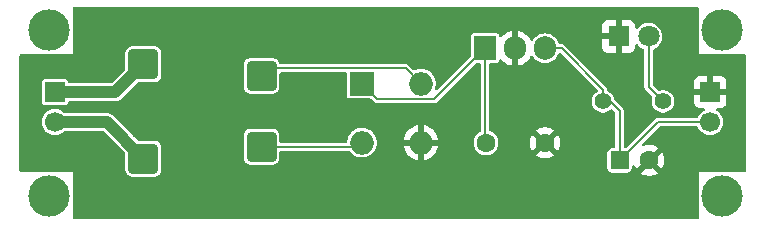
<source format=gbr>
%TF.GenerationSoftware,KiCad,Pcbnew,9.0.4*%
%TF.CreationDate,2025-10-03T00:17:37+05:30*%
%TF.ProjectId,Project 3,50726f6a-6563-4742-9033-2e6b69636164,rev?*%
%TF.SameCoordinates,Original*%
%TF.FileFunction,Copper,L1,Top*%
%TF.FilePolarity,Positive*%
%FSLAX46Y46*%
G04 Gerber Fmt 4.6, Leading zero omitted, Abs format (unit mm)*
G04 Created by KiCad (PCBNEW 9.0.4) date 2025-10-03 00:17:37*
%MOMM*%
%LPD*%
G01*
G04 APERTURE LIST*
G04 Aperture macros list*
%AMRoundRect*
0 Rectangle with rounded corners*
0 $1 Rounding radius*
0 $2 $3 $4 $5 $6 $7 $8 $9 X,Y pos of 4 corners*
0 Add a 4 corners polygon primitive as box body*
4,1,4,$2,$3,$4,$5,$6,$7,$8,$9,$2,$3,0*
0 Add four circle primitives for the rounded corners*
1,1,$1+$1,$2,$3*
1,1,$1+$1,$4,$5*
1,1,$1+$1,$6,$7*
1,1,$1+$1,$8,$9*
0 Add four rect primitives between the rounded corners*
20,1,$1+$1,$2,$3,$4,$5,0*
20,1,$1+$1,$4,$5,$6,$7,0*
20,1,$1+$1,$6,$7,$8,$9,0*
20,1,$1+$1,$8,$9,$2,$3,0*%
G04 Aperture macros list end*
%TA.AperFunction,ComponentPad*%
%ADD10C,1.800000*%
%TD*%
%TA.AperFunction,ComponentPad*%
%ADD11R,1.800000X1.800000*%
%TD*%
%TA.AperFunction,ComponentPad*%
%ADD12C,1.700000*%
%TD*%
%TA.AperFunction,ComponentPad*%
%ADD13R,1.700000X1.700000*%
%TD*%
%TA.AperFunction,ComponentPad*%
%ADD14C,1.600000*%
%TD*%
%TA.AperFunction,ComponentPad*%
%ADD15O,1.905000X2.000000*%
%TD*%
%TA.AperFunction,ComponentPad*%
%ADD16R,1.905000X2.000000*%
%TD*%
%TA.AperFunction,ComponentPad*%
%ADD17O,2.000000X2.000000*%
%TD*%
%TA.AperFunction,ComponentPad*%
%ADD18R,2.000000X2.000000*%
%TD*%
%TA.AperFunction,ComponentPad*%
%ADD19C,1.400000*%
%TD*%
%TA.AperFunction,ComponentPad*%
%ADD20RoundRect,0.381000X-0.889000X-0.889000X0.889000X-0.889000X0.889000X0.889000X-0.889000X0.889000X0*%
%TD*%
%TA.AperFunction,ComponentPad*%
%ADD21RoundRect,0.250000X-0.550000X-0.550000X0.550000X-0.550000X0.550000X0.550000X-0.550000X0.550000X0*%
%TD*%
%TA.AperFunction,ViaPad*%
%ADD22C,3.500000*%
%TD*%
%TA.AperFunction,Conductor*%
%ADD23C,0.200000*%
%TD*%
%TA.AperFunction,Conductor*%
%ADD24C,1.000000*%
%TD*%
G04 APERTURE END LIST*
D10*
%TO.P,D2,2,A*%
%TO.N,Net-(D2-A)*%
X173770000Y-94000000D03*
D11*
%TO.P,D2,1,K*%
%TO.N,GND*%
X171230000Y-94000000D03*
%TD*%
D12*
%TO.P,J2,2,Pin_2*%
%TO.N,Net-(J2-Pin_2)*%
X179000000Y-101265000D03*
D13*
%TO.P,J2,1,Pin_1*%
%TO.N,GND*%
X179000000Y-98725000D03*
%TD*%
D14*
%TO.P,C1,2*%
%TO.N,GND*%
X165000000Y-103000000D03*
%TO.P,C1,1*%
%TO.N,Net-(D1-+)*%
X160000000Y-103000000D03*
%TD*%
D15*
%TO.P,U1,3,OUT*%
%TO.N,Net-(J2-Pin_2)*%
X165000000Y-95000000D03*
%TO.P,U1,2,GND*%
%TO.N,GND*%
X162460000Y-95000000D03*
D16*
%TO.P,U1,1,IN*%
%TO.N,Net-(D1-+)*%
X159920000Y-95000000D03*
%TD*%
D12*
%TO.P,J1,2,Pin_2*%
%TO.N,Net-(J1-Pin_2)*%
X123500000Y-101265000D03*
D13*
%TO.P,J1,1,Pin_1*%
%TO.N,Net-(J1-Pin_1)*%
X123500000Y-98725000D03*
%TD*%
D17*
%TO.P,D1,4*%
%TO.N,Net-(T1-SB)*%
X154500000Y-98000000D03*
%TO.P,D1,3,-*%
%TO.N,GND*%
X154500000Y-103000000D03*
%TO.P,D1,2*%
%TO.N,Net-(T1-SA)*%
X149500000Y-103000000D03*
D18*
%TO.P,D1,1,+*%
%TO.N,Net-(D1-+)*%
X149500000Y-98000000D03*
%TD*%
D19*
%TO.P,R1,2*%
%TO.N,Net-(D2-A)*%
X175000000Y-99500000D03*
%TO.P,R1,1*%
%TO.N,Net-(J2-Pin_2)*%
X169920000Y-99500000D03*
%TD*%
D20*
%TO.P,T1,4,SB*%
%TO.N,Net-(T1-SB)*%
X141000000Y-97350000D03*
%TO.P,T1,3,SA*%
%TO.N,Net-(T1-SA)*%
X141000000Y-103350000D03*
%TO.P,T1,2,AB*%
%TO.N,Net-(J1-Pin_2)*%
X131000000Y-104350000D03*
%TO.P,T1,1,AA*%
%TO.N,Net-(J1-Pin_1)*%
X131000000Y-96350000D03*
%TD*%
D14*
%TO.P,C2,2*%
%TO.N,GND*%
X173817621Y-104500000D03*
D21*
%TO.P,C2,1*%
%TO.N,Net-(J2-Pin_2)*%
X171317621Y-104500000D03*
%TD*%
D22*
%TO.N,*%
X180000000Y-107500000D03*
X123000000Y-107500000D03*
X123000000Y-93500000D03*
X180000000Y-93500000D03*
%TD*%
D23*
%TO.N,Net-(D2-A)*%
X173770000Y-94000000D02*
X173770000Y-98270000D01*
X173770000Y-98270000D02*
X175000000Y-99500000D01*
D24*
%TO.N,Net-(J1-Pin_2)*%
X127915000Y-101265000D02*
X131000000Y-104350000D01*
D23*
%TO.N,Net-(J2-Pin_2)*%
X171317621Y-100317621D02*
X171317621Y-104500000D01*
%TO.N,Net-(D1-+)*%
X159920000Y-95000000D02*
X155619000Y-99301000D01*
%TO.N,Net-(T1-SB)*%
X141651000Y-96699000D02*
X153199000Y-96699000D01*
X153199000Y-96699000D02*
X154500000Y-98000000D01*
%TO.N,Net-(T1-SA)*%
X149150000Y-103350000D02*
X149500000Y-103000000D01*
%TO.N,Net-(J2-Pin_2)*%
X169920000Y-98920000D02*
X171317621Y-100317621D01*
%TO.N,Net-(T1-SB)*%
X141000000Y-97350000D02*
X141651000Y-96699000D01*
D24*
%TO.N,Net-(J1-Pin_2)*%
X123500000Y-101265000D02*
X127915000Y-101265000D01*
D23*
%TO.N,Net-(D1-+)*%
X150801000Y-99301000D02*
X149500000Y-98000000D01*
X155619000Y-99301000D02*
X150801000Y-99301000D01*
%TO.N,Net-(J2-Pin_2)*%
X174552621Y-101265000D02*
X179000000Y-101265000D01*
%TO.N,Net-(T1-SA)*%
X141000000Y-103350000D02*
X149150000Y-103350000D01*
%TO.N,Net-(J2-Pin_2)*%
X171317621Y-104500000D02*
X174552621Y-101265000D01*
X169920000Y-98500000D02*
X169920000Y-98920000D01*
%TO.N,Net-(D1-+)*%
X159920000Y-102920000D02*
X160000000Y-103000000D01*
X159920000Y-95000000D02*
X159920000Y-102920000D01*
D24*
%TO.N,Net-(J1-Pin_1)*%
X128625000Y-98725000D02*
X131000000Y-96350000D01*
X123500000Y-98725000D02*
X128625000Y-98725000D01*
D23*
%TO.N,Net-(J2-Pin_2)*%
X165000000Y-95000000D02*
X166420000Y-95000000D01*
X166420000Y-95000000D02*
X169920000Y-98500000D01*
%TD*%
%TA.AperFunction,Conductor*%
%TO.N,GND*%
G36*
X177943039Y-91519685D02*
G01*
X177988794Y-91572489D01*
X178000000Y-91624000D01*
X178000000Y-93357192D01*
X177999735Y-93365301D01*
X177999500Y-93368886D01*
X177999500Y-93631114D01*
X177999735Y-93634700D01*
X178000000Y-93642809D01*
X178000000Y-95500000D01*
X179857193Y-95500000D01*
X179865304Y-95500266D01*
X179868874Y-95500500D01*
X179868880Y-95500500D01*
X180131126Y-95500500D01*
X180134696Y-95500266D01*
X180142807Y-95500000D01*
X181875500Y-95500000D01*
X181942539Y-95519685D01*
X181988294Y-95572489D01*
X181999500Y-95624000D01*
X181999500Y-105376000D01*
X181979815Y-105443039D01*
X181927011Y-105488794D01*
X181875500Y-105500000D01*
X180142807Y-105500000D01*
X180134696Y-105499734D01*
X180131126Y-105499500D01*
X180131120Y-105499500D01*
X179868880Y-105499500D01*
X179868874Y-105499500D01*
X179865304Y-105499734D01*
X179857193Y-105500000D01*
X178000000Y-105500000D01*
X178000000Y-107357192D01*
X177999735Y-107365301D01*
X177999500Y-107368886D01*
X177999500Y-107631114D01*
X177999735Y-107634700D01*
X178000000Y-107642809D01*
X178000000Y-109376000D01*
X177980315Y-109443039D01*
X177927511Y-109488794D01*
X177876000Y-109500000D01*
X125124000Y-109500000D01*
X125056961Y-109480315D01*
X125011206Y-109427511D01*
X125000000Y-109376000D01*
X125000000Y-107642809D01*
X125000265Y-107634700D01*
X125000500Y-107631114D01*
X125000500Y-107368886D01*
X125000265Y-107365301D01*
X125000000Y-107357192D01*
X125000000Y-105500000D01*
X123142807Y-105500000D01*
X123134696Y-105499734D01*
X123131126Y-105499500D01*
X123131120Y-105499500D01*
X122868880Y-105499500D01*
X122868874Y-105499500D01*
X122865304Y-105499734D01*
X122857193Y-105500000D01*
X120624500Y-105500000D01*
X120557461Y-105480315D01*
X120511706Y-105427511D01*
X120500500Y-105376000D01*
X120500500Y-101178389D01*
X122399500Y-101178389D01*
X122399500Y-101351611D01*
X122426598Y-101522701D01*
X122480127Y-101687445D01*
X122558768Y-101841788D01*
X122660586Y-101981928D01*
X122783072Y-102104414D01*
X122923212Y-102206232D01*
X123077555Y-102284873D01*
X123242299Y-102338402D01*
X123413389Y-102365500D01*
X123413390Y-102365500D01*
X123586610Y-102365500D01*
X123586611Y-102365500D01*
X123757701Y-102338402D01*
X123922445Y-102284873D01*
X124076788Y-102206232D01*
X124216928Y-102104414D01*
X124269523Y-102051819D01*
X124330846Y-102018334D01*
X124357204Y-102015500D01*
X127552770Y-102015500D01*
X127619809Y-102035185D01*
X127640451Y-102051819D01*
X129443181Y-103854549D01*
X129476666Y-103915872D01*
X129479500Y-103942230D01*
X129479500Y-105302775D01*
X129482317Y-105338569D01*
X129482319Y-105338580D01*
X129526830Y-105491787D01*
X129526832Y-105491793D01*
X129608049Y-105629124D01*
X129608055Y-105629132D01*
X129720867Y-105741944D01*
X129720871Y-105741947D01*
X129720873Y-105741949D01*
X129858208Y-105823168D01*
X130011426Y-105867682D01*
X130047230Y-105870500D01*
X130047236Y-105870500D01*
X131952764Y-105870500D01*
X131952770Y-105870500D01*
X131988574Y-105867682D01*
X132141792Y-105823168D01*
X132279127Y-105741949D01*
X132391949Y-105629127D01*
X132473168Y-105491792D01*
X132517682Y-105338574D01*
X132520500Y-105302770D01*
X132520500Y-103397230D01*
X132517682Y-103361426D01*
X132473168Y-103208208D01*
X132391949Y-103070873D01*
X132391947Y-103070871D01*
X132391944Y-103070867D01*
X132279132Y-102958055D01*
X132279124Y-102958049D01*
X132141793Y-102876832D01*
X132141787Y-102876830D01*
X131988580Y-102832319D01*
X131988569Y-102832317D01*
X131952775Y-102829500D01*
X131952770Y-102829500D01*
X130592230Y-102829500D01*
X130525191Y-102809815D01*
X130504549Y-102793181D01*
X130193844Y-102482476D01*
X130108592Y-102397224D01*
X139479500Y-102397224D01*
X139479500Y-104302775D01*
X139482317Y-104338569D01*
X139482319Y-104338580D01*
X139526830Y-104491787D01*
X139526832Y-104491793D01*
X139608049Y-104629124D01*
X139608055Y-104629132D01*
X139720867Y-104741944D01*
X139720871Y-104741947D01*
X139720873Y-104741949D01*
X139720875Y-104741950D01*
X139826501Y-104804417D01*
X139858208Y-104823168D01*
X140011426Y-104867682D01*
X140047230Y-104870500D01*
X140047236Y-104870500D01*
X141952764Y-104870500D01*
X141952770Y-104870500D01*
X141988574Y-104867682D01*
X142141792Y-104823168D01*
X142279127Y-104741949D01*
X142391949Y-104629127D01*
X142473168Y-104491792D01*
X142517682Y-104338574D01*
X142520500Y-104302770D01*
X142520500Y-103824500D01*
X142540185Y-103757461D01*
X142592989Y-103711706D01*
X142644500Y-103700500D01*
X148400059Y-103700500D01*
X148467098Y-103720185D01*
X148500375Y-103751612D01*
X148546172Y-103814646D01*
X148685354Y-103953828D01*
X148844595Y-104069524D01*
X148904408Y-104100000D01*
X149019970Y-104158882D01*
X149019972Y-104158882D01*
X149019975Y-104158884D01*
X149084717Y-104179920D01*
X149207173Y-104219709D01*
X149401578Y-104250500D01*
X149401583Y-104250500D01*
X149598422Y-104250500D01*
X149792826Y-104219709D01*
X149838849Y-104204755D01*
X149980025Y-104158884D01*
X150155405Y-104069524D01*
X150314646Y-103953828D01*
X150453828Y-103814646D01*
X150569524Y-103655405D01*
X150658884Y-103480025D01*
X150719709Y-103292826D01*
X150727188Y-103245606D01*
X150735435Y-103193539D01*
X150750500Y-103098422D01*
X150750500Y-102901577D01*
X150735435Y-102806461D01*
X150726492Y-102750000D01*
X153020898Y-102750000D01*
X154066988Y-102750000D01*
X154034075Y-102807007D01*
X154000000Y-102934174D01*
X154000000Y-103065826D01*
X154034075Y-103192993D01*
X154066988Y-103250000D01*
X153020898Y-103250000D01*
X153036934Y-103351247D01*
X153109897Y-103575802D01*
X153217085Y-103786171D01*
X153355866Y-103977186D01*
X153522813Y-104144133D01*
X153713828Y-104282914D01*
X153924195Y-104390102D01*
X154148744Y-104463063D01*
X154148750Y-104463065D01*
X154250000Y-104479101D01*
X154250000Y-103433012D01*
X154307007Y-103465925D01*
X154434174Y-103500000D01*
X154565826Y-103500000D01*
X154692993Y-103465925D01*
X154750000Y-103433012D01*
X154750000Y-104479100D01*
X154851249Y-104463065D01*
X154851255Y-104463063D01*
X155075804Y-104390102D01*
X155286171Y-104282914D01*
X155477186Y-104144133D01*
X155644133Y-103977186D01*
X155782914Y-103786171D01*
X155890102Y-103575802D01*
X155963065Y-103351247D01*
X155979102Y-103250000D01*
X154933012Y-103250000D01*
X154965925Y-103192993D01*
X155000000Y-103065826D01*
X155000000Y-102934174D01*
X154965925Y-102807007D01*
X154933012Y-102750000D01*
X155979102Y-102750000D01*
X155963065Y-102648752D01*
X155890102Y-102424197D01*
X155782914Y-102213828D01*
X155644133Y-102022813D01*
X155477186Y-101855866D01*
X155286171Y-101717085D01*
X155075802Y-101609897D01*
X154851247Y-101536934D01*
X154750000Y-101520897D01*
X154750000Y-102566988D01*
X154692993Y-102534075D01*
X154565826Y-102500000D01*
X154434174Y-102500000D01*
X154307007Y-102534075D01*
X154250000Y-102566988D01*
X154250000Y-101520897D01*
X154148752Y-101536934D01*
X153924197Y-101609897D01*
X153713828Y-101717085D01*
X153522813Y-101855866D01*
X153355866Y-102022813D01*
X153217085Y-102213828D01*
X153109897Y-102424197D01*
X153036934Y-102648752D01*
X153020898Y-102750000D01*
X150726492Y-102750000D01*
X150719709Y-102707173D01*
X150658882Y-102519970D01*
X150596343Y-102397230D01*
X150569524Y-102344595D01*
X150453828Y-102185354D01*
X150314646Y-102046172D01*
X150155405Y-101930476D01*
X150088845Y-101896562D01*
X149980029Y-101841117D01*
X149792826Y-101780290D01*
X149598422Y-101749500D01*
X149598417Y-101749500D01*
X149401583Y-101749500D01*
X149401578Y-101749500D01*
X149207173Y-101780290D01*
X149019970Y-101841117D01*
X148844594Y-101930476D01*
X148773778Y-101981928D01*
X148685354Y-102046172D01*
X148685352Y-102046174D01*
X148685351Y-102046174D01*
X148546174Y-102185351D01*
X148546174Y-102185352D01*
X148546172Y-102185354D01*
X148496485Y-102253741D01*
X148430476Y-102344594D01*
X148341117Y-102519970D01*
X148280290Y-102707173D01*
X148250558Y-102894898D01*
X148220629Y-102958033D01*
X148161317Y-102994964D01*
X148128085Y-102999500D01*
X142644500Y-102999500D01*
X142577461Y-102979815D01*
X142531706Y-102927011D01*
X142520500Y-102875500D01*
X142520500Y-102397236D01*
X142520500Y-102397230D01*
X142517682Y-102361426D01*
X142473168Y-102208208D01*
X142471999Y-102206232D01*
X142391950Y-102070875D01*
X142391949Y-102070873D01*
X142391947Y-102070871D01*
X142391944Y-102070867D01*
X142279132Y-101958055D01*
X142279124Y-101958049D01*
X142141793Y-101876832D01*
X142141787Y-101876830D01*
X141988580Y-101832319D01*
X141988569Y-101832317D01*
X141952775Y-101829500D01*
X141952770Y-101829500D01*
X140047230Y-101829500D01*
X140047224Y-101829500D01*
X140011430Y-101832317D01*
X140011419Y-101832319D01*
X139858212Y-101876830D01*
X139858206Y-101876832D01*
X139720875Y-101958049D01*
X139720867Y-101958055D01*
X139608055Y-102070867D01*
X139608049Y-102070875D01*
X139526832Y-102208206D01*
X139526830Y-102208212D01*
X139482319Y-102361419D01*
X139482317Y-102361430D01*
X139479500Y-102397224D01*
X130108592Y-102397224D01*
X128393421Y-100682052D01*
X128393414Y-100682046D01*
X128319729Y-100632812D01*
X128319729Y-100632813D01*
X128270491Y-100599913D01*
X128133917Y-100543343D01*
X128133907Y-100543340D01*
X127988920Y-100514500D01*
X127988918Y-100514500D01*
X124357204Y-100514500D01*
X124290165Y-100494815D01*
X124269523Y-100478181D01*
X124216930Y-100425588D01*
X124216928Y-100425586D01*
X124076788Y-100323768D01*
X123922445Y-100245127D01*
X123757701Y-100191598D01*
X123757699Y-100191597D01*
X123757698Y-100191597D01*
X123626271Y-100170781D01*
X123586611Y-100164500D01*
X123413389Y-100164500D01*
X123373728Y-100170781D01*
X123242302Y-100191597D01*
X123077552Y-100245128D01*
X122923211Y-100323768D01*
X122897673Y-100342323D01*
X122783072Y-100425586D01*
X122783070Y-100425588D01*
X122783069Y-100425588D01*
X122660588Y-100548069D01*
X122660588Y-100548070D01*
X122660586Y-100548072D01*
X122622921Y-100599913D01*
X122558768Y-100688211D01*
X122480128Y-100842552D01*
X122426597Y-101007302D01*
X122399500Y-101178389D01*
X120500500Y-101178389D01*
X120500500Y-97850321D01*
X122399500Y-97850321D01*
X122399500Y-99599678D01*
X122414032Y-99672735D01*
X122414033Y-99672739D01*
X122414034Y-99672740D01*
X122469399Y-99755601D01*
X122552260Y-99810966D01*
X122552264Y-99810967D01*
X122625321Y-99825499D01*
X122625324Y-99825500D01*
X122625326Y-99825500D01*
X124374676Y-99825500D01*
X124374677Y-99825499D01*
X124447740Y-99810966D01*
X124530601Y-99755601D01*
X124585966Y-99672740D01*
X124600500Y-99599674D01*
X124600500Y-99599500D01*
X124600526Y-99599410D01*
X124601097Y-99593614D01*
X124602196Y-99593722D01*
X124620185Y-99532461D01*
X124672989Y-99486706D01*
X124724500Y-99475500D01*
X128698920Y-99475500D01*
X128796462Y-99456096D01*
X128843913Y-99446658D01*
X128980495Y-99390084D01*
X129029729Y-99357186D01*
X129103416Y-99307952D01*
X130504548Y-97906818D01*
X130565871Y-97873334D01*
X130592229Y-97870500D01*
X131952764Y-97870500D01*
X131952770Y-97870500D01*
X131988574Y-97867682D01*
X132141792Y-97823168D01*
X132279127Y-97741949D01*
X132391949Y-97629127D01*
X132473168Y-97491792D01*
X132517682Y-97338574D01*
X132520500Y-97302770D01*
X132520500Y-96397224D01*
X139479500Y-96397224D01*
X139479500Y-98302775D01*
X139482317Y-98338569D01*
X139482319Y-98338580D01*
X139526830Y-98491787D01*
X139526832Y-98491793D01*
X139608049Y-98629124D01*
X139608055Y-98629132D01*
X139720867Y-98741944D01*
X139720871Y-98741947D01*
X139720873Y-98741949D01*
X139858208Y-98823168D01*
X140011426Y-98867682D01*
X140047230Y-98870500D01*
X140047236Y-98870500D01*
X141952764Y-98870500D01*
X141952770Y-98870500D01*
X141988574Y-98867682D01*
X142141792Y-98823168D01*
X142279127Y-98741949D01*
X142391949Y-98629127D01*
X142473168Y-98491792D01*
X142517682Y-98338574D01*
X142520500Y-98302770D01*
X142520500Y-97173500D01*
X142540185Y-97106461D01*
X142592989Y-97060706D01*
X142644500Y-97049500D01*
X148125500Y-97049500D01*
X148192539Y-97069185D01*
X148238294Y-97121989D01*
X148249500Y-97173500D01*
X148249500Y-99024678D01*
X148264032Y-99097735D01*
X148264033Y-99097739D01*
X148264034Y-99097740D01*
X148319399Y-99180601D01*
X148385848Y-99225000D01*
X148402260Y-99235966D01*
X148402264Y-99235967D01*
X148475321Y-99250499D01*
X148475324Y-99250500D01*
X148475326Y-99250500D01*
X150203456Y-99250500D01*
X150270495Y-99270185D01*
X150291137Y-99286819D01*
X150585788Y-99581470D01*
X150585789Y-99581471D01*
X150585791Y-99581472D01*
X150606832Y-99593620D01*
X150665712Y-99627614D01*
X150754856Y-99651500D01*
X150754858Y-99651500D01*
X155665142Y-99651500D01*
X155665144Y-99651500D01*
X155754288Y-99627614D01*
X155834212Y-99581470D01*
X159128863Y-96286819D01*
X159155790Y-96272115D01*
X159181609Y-96255523D01*
X159187809Y-96254631D01*
X159190186Y-96253334D01*
X159216544Y-96250500D01*
X159445500Y-96250500D01*
X159512539Y-96270185D01*
X159558294Y-96322989D01*
X159569500Y-96374500D01*
X159569500Y-101958871D01*
X159549815Y-102025910D01*
X159507183Y-102065249D01*
X159507467Y-102065674D01*
X159504769Y-102067476D01*
X159503954Y-102068229D01*
X159502400Y-102069059D01*
X159330344Y-102184022D01*
X159184024Y-102330342D01*
X159069058Y-102502403D01*
X158989870Y-102693579D01*
X158989868Y-102693587D01*
X158949500Y-102896530D01*
X158949500Y-103103469D01*
X158989868Y-103306412D01*
X158989870Y-103306420D01*
X159061781Y-103480029D01*
X159069059Y-103497598D01*
X159074811Y-103506206D01*
X159184024Y-103669657D01*
X159330342Y-103815975D01*
X159330345Y-103815977D01*
X159502402Y-103930941D01*
X159693580Y-104010130D01*
X159896530Y-104050499D01*
X159896534Y-104050500D01*
X159896535Y-104050500D01*
X160103466Y-104050500D01*
X160103467Y-104050499D01*
X160306420Y-104010130D01*
X160497598Y-103930941D01*
X160669655Y-103815977D01*
X160815977Y-103669655D01*
X160930941Y-103497598D01*
X161010130Y-103306420D01*
X161050500Y-103103465D01*
X161050500Y-102897682D01*
X163700000Y-102897682D01*
X163700000Y-103102317D01*
X163732009Y-103304417D01*
X163795244Y-103499031D01*
X163888141Y-103681350D01*
X163888147Y-103681359D01*
X163920523Y-103725921D01*
X163920524Y-103725922D01*
X164600000Y-103046446D01*
X164600000Y-103052661D01*
X164627259Y-103154394D01*
X164679920Y-103245606D01*
X164754394Y-103320080D01*
X164845606Y-103372741D01*
X164947339Y-103400000D01*
X164953553Y-103400000D01*
X164274076Y-104079474D01*
X164318650Y-104111859D01*
X164500968Y-104204755D01*
X164695582Y-104267990D01*
X164897683Y-104300000D01*
X165102317Y-104300000D01*
X165304417Y-104267990D01*
X165499031Y-104204755D01*
X165681349Y-104111859D01*
X165725921Y-104079474D01*
X165046447Y-103400000D01*
X165052661Y-103400000D01*
X165154394Y-103372741D01*
X165245606Y-103320080D01*
X165320080Y-103245606D01*
X165372741Y-103154394D01*
X165400000Y-103052661D01*
X165400000Y-103046447D01*
X166079474Y-103725921D01*
X166111859Y-103681349D01*
X166204755Y-103499031D01*
X166267990Y-103304417D01*
X166300000Y-103102317D01*
X166300000Y-102897682D01*
X166267990Y-102695582D01*
X166204755Y-102500968D01*
X166111859Y-102318650D01*
X166079474Y-102274077D01*
X166079474Y-102274076D01*
X165400000Y-102953551D01*
X165400000Y-102947339D01*
X165372741Y-102845606D01*
X165320080Y-102754394D01*
X165245606Y-102679920D01*
X165154394Y-102627259D01*
X165052661Y-102600000D01*
X165046446Y-102600000D01*
X165725922Y-101920524D01*
X165725921Y-101920523D01*
X165681359Y-101888147D01*
X165681350Y-101888141D01*
X165499031Y-101795244D01*
X165304417Y-101732009D01*
X165102317Y-101700000D01*
X164897683Y-101700000D01*
X164695582Y-101732009D01*
X164500968Y-101795244D01*
X164318644Y-101888143D01*
X164274077Y-101920523D01*
X164274077Y-101920524D01*
X164953554Y-102600000D01*
X164947339Y-102600000D01*
X164845606Y-102627259D01*
X164754394Y-102679920D01*
X164679920Y-102754394D01*
X164627259Y-102845606D01*
X164600000Y-102947339D01*
X164600000Y-102953553D01*
X163920524Y-102274077D01*
X163920523Y-102274077D01*
X163888143Y-102318644D01*
X163795244Y-102500968D01*
X163732009Y-102695582D01*
X163700000Y-102897682D01*
X161050500Y-102897682D01*
X161050500Y-102896535D01*
X161010130Y-102693580D01*
X160930941Y-102502402D01*
X160815977Y-102330345D01*
X160815975Y-102330342D01*
X160669657Y-102184024D01*
X160509660Y-102077118D01*
X160509657Y-102077117D01*
X160497598Y-102069059D01*
X160346138Y-102006322D01*
X160345233Y-102005930D01*
X160319096Y-101984173D01*
X160292644Y-101962857D01*
X160292320Y-101961885D01*
X160291533Y-101961230D01*
X160281302Y-101928781D01*
X160270579Y-101896562D01*
X160270545Y-101894660D01*
X160270524Y-101894594D01*
X160270542Y-101894525D01*
X160270500Y-101892137D01*
X160270500Y-96374500D01*
X160290185Y-96307461D01*
X160342989Y-96261706D01*
X160394500Y-96250500D01*
X160897176Y-96250500D01*
X160897177Y-96250499D01*
X160970240Y-96235966D01*
X161053101Y-96180601D01*
X161108466Y-96097740D01*
X161112711Y-96076398D01*
X161121766Y-96030880D01*
X161154151Y-95968969D01*
X161214866Y-95934395D01*
X161284636Y-95938134D01*
X161341308Y-95979001D01*
X161343703Y-95982188D01*
X161352096Y-95993741D01*
X161513757Y-96155402D01*
X161698723Y-96289788D01*
X161902429Y-96393582D01*
X162119871Y-96464234D01*
X162210000Y-96478509D01*
X162210000Y-95490747D01*
X162247708Y-95512518D01*
X162387591Y-95550000D01*
X162532409Y-95550000D01*
X162672292Y-95512518D01*
X162710000Y-95490747D01*
X162710000Y-96478508D01*
X162800128Y-96464234D01*
X163017570Y-96393582D01*
X163221276Y-96289788D01*
X163406242Y-96155402D01*
X163567902Y-95993742D01*
X163702290Y-95808774D01*
X163760396Y-95694734D01*
X163808370Y-95643937D01*
X163876191Y-95627142D01*
X163942326Y-95649679D01*
X163971199Y-95678143D01*
X164082403Y-95831202D01*
X164216298Y-95965097D01*
X164369491Y-96076398D01*
X164411375Y-96097739D01*
X164538207Y-96162364D01*
X164538210Y-96162365D01*
X164594333Y-96180600D01*
X164718297Y-96220878D01*
X164905322Y-96250500D01*
X164905323Y-96250500D01*
X165094677Y-96250500D01*
X165094678Y-96250500D01*
X165281703Y-96220878D01*
X165461792Y-96162364D01*
X165630509Y-96076398D01*
X165783702Y-95965097D01*
X165917597Y-95831202D01*
X166028898Y-95678009D01*
X166114864Y-95509292D01*
X166130503Y-95461161D01*
X166169940Y-95403485D01*
X166234298Y-95376286D01*
X166303145Y-95388200D01*
X166336115Y-95411797D01*
X169430204Y-98505886D01*
X169463689Y-98567209D01*
X169458705Y-98636901D01*
X169416833Y-98692834D01*
X169411414Y-98696669D01*
X169314092Y-98761697D01*
X169314088Y-98761700D01*
X169181700Y-98894088D01*
X169181697Y-98894092D01*
X169077681Y-99049762D01*
X169077676Y-99049771D01*
X169006027Y-99222748D01*
X169006025Y-99222756D01*
X168969500Y-99406379D01*
X168969500Y-99593620D01*
X169006025Y-99777243D01*
X169006027Y-99777251D01*
X169077676Y-99950228D01*
X169077681Y-99950237D01*
X169181697Y-100105907D01*
X169181700Y-100105911D01*
X169314088Y-100238299D01*
X169314092Y-100238302D01*
X169469762Y-100342318D01*
X169469768Y-100342321D01*
X169469769Y-100342322D01*
X169642749Y-100413973D01*
X169826379Y-100450499D01*
X169826383Y-100450500D01*
X169826384Y-100450500D01*
X170013617Y-100450500D01*
X170013618Y-100450499D01*
X170197251Y-100413973D01*
X170370231Y-100342322D01*
X170525908Y-100238302D01*
X170546581Y-100217629D01*
X170607903Y-100184142D01*
X170677595Y-100189125D01*
X170721945Y-100217627D01*
X170930802Y-100426484D01*
X170964287Y-100487807D01*
X170967121Y-100514165D01*
X170967121Y-103325500D01*
X170947436Y-103392539D01*
X170894632Y-103438294D01*
X170843122Y-103449500D01*
X170719751Y-103449500D01*
X170719744Y-103449501D01*
X170660137Y-103455908D01*
X170525292Y-103506202D01*
X170525285Y-103506206D01*
X170410076Y-103592452D01*
X170410073Y-103592455D01*
X170323827Y-103707664D01*
X170323823Y-103707671D01*
X170273529Y-103842517D01*
X170267122Y-103902116D01*
X170267121Y-103902135D01*
X170267121Y-105097870D01*
X170267122Y-105097876D01*
X170273529Y-105157483D01*
X170323823Y-105292328D01*
X170323827Y-105292335D01*
X170410073Y-105407544D01*
X170410076Y-105407547D01*
X170525285Y-105493793D01*
X170525292Y-105493797D01*
X170660138Y-105544091D01*
X170660137Y-105544091D01*
X170667065Y-105544835D01*
X170719748Y-105550500D01*
X171915493Y-105550499D01*
X171975104Y-105544091D01*
X172109952Y-105493796D01*
X172225167Y-105407546D01*
X172311417Y-105292331D01*
X172361712Y-105157483D01*
X172368121Y-105097873D01*
X172368120Y-105028687D01*
X172387804Y-104961651D01*
X172440607Y-104915895D01*
X172509765Y-104905951D01*
X172573321Y-104934975D01*
X172610049Y-104990364D01*
X172612865Y-104999029D01*
X172705762Y-105181350D01*
X172705768Y-105181359D01*
X172738144Y-105225921D01*
X172738145Y-105225922D01*
X173417621Y-104546446D01*
X173417621Y-104552661D01*
X173444880Y-104654394D01*
X173497541Y-104745606D01*
X173572015Y-104820080D01*
X173663227Y-104872741D01*
X173764960Y-104900000D01*
X173771174Y-104900000D01*
X173091697Y-105579474D01*
X173136271Y-105611859D01*
X173318589Y-105704755D01*
X173513203Y-105767990D01*
X173715304Y-105800000D01*
X173919938Y-105800000D01*
X174122038Y-105767990D01*
X174316652Y-105704755D01*
X174498970Y-105611859D01*
X174543542Y-105579474D01*
X173864068Y-104900000D01*
X173870282Y-104900000D01*
X173972015Y-104872741D01*
X174063227Y-104820080D01*
X174137701Y-104745606D01*
X174190362Y-104654394D01*
X174217621Y-104552661D01*
X174217621Y-104546447D01*
X174897095Y-105225921D01*
X174929480Y-105181349D01*
X175022376Y-104999031D01*
X175085611Y-104804417D01*
X175117621Y-104602317D01*
X175117621Y-104397682D01*
X175085611Y-104195582D01*
X175022376Y-104000968D01*
X174929480Y-103818650D01*
X174897095Y-103774077D01*
X174897095Y-103774076D01*
X174217621Y-104453551D01*
X174217621Y-104447339D01*
X174190362Y-104345606D01*
X174137701Y-104254394D01*
X174063227Y-104179920D01*
X173972015Y-104127259D01*
X173870282Y-104100000D01*
X173864067Y-104100000D01*
X174543543Y-103420524D01*
X174543542Y-103420523D01*
X174498980Y-103388147D01*
X174498971Y-103388141D01*
X174316652Y-103295244D01*
X174122038Y-103232009D01*
X173919938Y-103200000D01*
X173715304Y-103200000D01*
X173513202Y-103232010D01*
X173513199Y-103232010D01*
X173364627Y-103280285D01*
X173294786Y-103282280D01*
X173234953Y-103246200D01*
X173204125Y-103183499D01*
X173212090Y-103114085D01*
X173238625Y-103074677D01*
X174661484Y-101651819D01*
X174722807Y-101618334D01*
X174749165Y-101615500D01*
X177867481Y-101615500D01*
X177934520Y-101635185D01*
X177977966Y-101683205D01*
X177995229Y-101717085D01*
X178058768Y-101841788D01*
X178160586Y-101981928D01*
X178283072Y-102104414D01*
X178423212Y-102206232D01*
X178577555Y-102284873D01*
X178742299Y-102338402D01*
X178913389Y-102365500D01*
X178913390Y-102365500D01*
X179086610Y-102365500D01*
X179086611Y-102365500D01*
X179257701Y-102338402D01*
X179422445Y-102284873D01*
X179576788Y-102206232D01*
X179716928Y-102104414D01*
X179839414Y-101981928D01*
X179941232Y-101841788D01*
X180019873Y-101687445D01*
X180073402Y-101522701D01*
X180100500Y-101351611D01*
X180100500Y-101178389D01*
X180073402Y-101007299D01*
X180019873Y-100842555D01*
X179941232Y-100688212D01*
X179839414Y-100548072D01*
X179716928Y-100425586D01*
X179576788Y-100323768D01*
X179548756Y-100309485D01*
X179497960Y-100261510D01*
X179481165Y-100193689D01*
X179503703Y-100127554D01*
X179558418Y-100084103D01*
X179605051Y-100075000D01*
X179897828Y-100075000D01*
X179897844Y-100074999D01*
X179957372Y-100068598D01*
X179957379Y-100068596D01*
X180092086Y-100018354D01*
X180092093Y-100018350D01*
X180207187Y-99932190D01*
X180207190Y-99932187D01*
X180293350Y-99817093D01*
X180293354Y-99817086D01*
X180343596Y-99682379D01*
X180343598Y-99682372D01*
X180349999Y-99622844D01*
X180350000Y-99622827D01*
X180350000Y-98975000D01*
X179433012Y-98975000D01*
X179465925Y-98917993D01*
X179500000Y-98790826D01*
X179500000Y-98659174D01*
X179465925Y-98532007D01*
X179433012Y-98475000D01*
X180350000Y-98475000D01*
X180350000Y-97827172D01*
X180349999Y-97827155D01*
X180343598Y-97767627D01*
X180343596Y-97767620D01*
X180293354Y-97632913D01*
X180293350Y-97632906D01*
X180207190Y-97517812D01*
X180207187Y-97517809D01*
X180092093Y-97431649D01*
X180092086Y-97431645D01*
X179957379Y-97381403D01*
X179957372Y-97381401D01*
X179897844Y-97375000D01*
X179250000Y-97375000D01*
X179250000Y-98291988D01*
X179192993Y-98259075D01*
X179065826Y-98225000D01*
X178934174Y-98225000D01*
X178807007Y-98259075D01*
X178750000Y-98291988D01*
X178750000Y-97375000D01*
X178102155Y-97375000D01*
X178042627Y-97381401D01*
X178042620Y-97381403D01*
X177907913Y-97431645D01*
X177907906Y-97431649D01*
X177792812Y-97517809D01*
X177792809Y-97517812D01*
X177706649Y-97632906D01*
X177706645Y-97632913D01*
X177656403Y-97767620D01*
X177656401Y-97767627D01*
X177650000Y-97827155D01*
X177650000Y-98475000D01*
X178566988Y-98475000D01*
X178534075Y-98532007D01*
X178500000Y-98659174D01*
X178500000Y-98790826D01*
X178534075Y-98917993D01*
X178566988Y-98975000D01*
X177650000Y-98975000D01*
X177650000Y-99622844D01*
X177656401Y-99682372D01*
X177656403Y-99682379D01*
X177706645Y-99817086D01*
X177706649Y-99817093D01*
X177792809Y-99932187D01*
X177792812Y-99932190D01*
X177907906Y-100018350D01*
X177907913Y-100018354D01*
X178042620Y-100068596D01*
X178042627Y-100068598D01*
X178102155Y-100074999D01*
X178102172Y-100075000D01*
X178394949Y-100075000D01*
X178461988Y-100094685D01*
X178507743Y-100147489D01*
X178517687Y-100216647D01*
X178488662Y-100280203D01*
X178451244Y-100309485D01*
X178423211Y-100323768D01*
X178397673Y-100342323D01*
X178283072Y-100425586D01*
X178283070Y-100425588D01*
X178283069Y-100425588D01*
X178160588Y-100548069D01*
X178160588Y-100548070D01*
X178160586Y-100548072D01*
X178122921Y-100599913D01*
X178058768Y-100688211D01*
X177977966Y-100846795D01*
X177929991Y-100897591D01*
X177867481Y-100914500D01*
X174506477Y-100914500D01*
X174417333Y-100938386D01*
X174417330Y-100938387D01*
X174337412Y-100984527D01*
X174337407Y-100984531D01*
X171908757Y-103413181D01*
X171881829Y-103427884D01*
X171856011Y-103444477D01*
X171849810Y-103445368D01*
X171847434Y-103446666D01*
X171821076Y-103449500D01*
X171792121Y-103449500D01*
X171725082Y-103429815D01*
X171679327Y-103377011D01*
X171668121Y-103325500D01*
X171668121Y-100271479D01*
X171668121Y-100271477D01*
X171644235Y-100182333D01*
X171633939Y-100164500D01*
X171598091Y-100102409D01*
X170889259Y-99393577D01*
X170855774Y-99332254D01*
X170855352Y-99330233D01*
X170833973Y-99222749D01*
X170762322Y-99049769D01*
X170762321Y-99049768D01*
X170762318Y-99049762D01*
X170658302Y-98894092D01*
X170658299Y-98894088D01*
X170525911Y-98761700D01*
X170525903Y-98761694D01*
X170370233Y-98657679D01*
X170370229Y-98657677D01*
X170347043Y-98648072D01*
X170292641Y-98604229D01*
X170270579Y-98537934D01*
X170270500Y-98533513D01*
X170270500Y-98453858D01*
X170270500Y-98453856D01*
X170246614Y-98364712D01*
X170200469Y-98284787D01*
X166635212Y-94719530D01*
X166635211Y-94719529D01*
X166635208Y-94719527D01*
X166555290Y-94673387D01*
X166555289Y-94673386D01*
X166555288Y-94673386D01*
X166466144Y-94649500D01*
X166466143Y-94649500D01*
X166256550Y-94649500D01*
X166189511Y-94629815D01*
X166143756Y-94577011D01*
X166138619Y-94563818D01*
X166114865Y-94490710D01*
X166114864Y-94490707D01*
X166071061Y-94404741D01*
X166028898Y-94321991D01*
X165917597Y-94168798D01*
X165783702Y-94034903D01*
X165630509Y-93923602D01*
X165602742Y-93909454D01*
X165461792Y-93837635D01*
X165461789Y-93837634D01*
X165281704Y-93779122D01*
X165186429Y-93764032D01*
X165094678Y-93749500D01*
X164905322Y-93749500D01*
X164842980Y-93759374D01*
X164718295Y-93779122D01*
X164538210Y-93837634D01*
X164538207Y-93837635D01*
X164369490Y-93923602D01*
X164216295Y-94034905D01*
X164082405Y-94168795D01*
X164082405Y-94168796D01*
X164082403Y-94168798D01*
X164023406Y-94250000D01*
X163971199Y-94321857D01*
X163915869Y-94364522D01*
X163846255Y-94370501D01*
X163784460Y-94337895D01*
X163760396Y-94305266D01*
X163702288Y-94191223D01*
X163567902Y-94006257D01*
X163406242Y-93844597D01*
X163221276Y-93710211D01*
X163017568Y-93606417D01*
X162800124Y-93535765D01*
X162710000Y-93521490D01*
X162710000Y-94509252D01*
X162672292Y-94487482D01*
X162532409Y-94450000D01*
X162387591Y-94450000D01*
X162247708Y-94487482D01*
X162210000Y-94509252D01*
X162210000Y-93521490D01*
X162209999Y-93521490D01*
X162119875Y-93535765D01*
X161902431Y-93606417D01*
X161698723Y-93710211D01*
X161513757Y-93844597D01*
X161352097Y-94006257D01*
X161352090Y-94006266D01*
X161343700Y-94017814D01*
X161288370Y-94060480D01*
X161218757Y-94066458D01*
X161156962Y-94033852D01*
X161122605Y-93973012D01*
X161121766Y-93969119D01*
X161108467Y-93902264D01*
X161108466Y-93902260D01*
X161065286Y-93837636D01*
X161053101Y-93819399D01*
X160970240Y-93764034D01*
X160970239Y-93764033D01*
X160970235Y-93764032D01*
X160897177Y-93749500D01*
X160897174Y-93749500D01*
X158942826Y-93749500D01*
X158942823Y-93749500D01*
X158869764Y-93764032D01*
X158869760Y-93764033D01*
X158786899Y-93819399D01*
X158731533Y-93902260D01*
X158731532Y-93902264D01*
X158717000Y-93975321D01*
X158717000Y-95655956D01*
X158697315Y-95722995D01*
X158680681Y-95743637D01*
X155886733Y-98537584D01*
X155825410Y-98571069D01*
X155755718Y-98566085D01*
X155699785Y-98524213D01*
X155675368Y-98458749D01*
X155681120Y-98411588D01*
X155719709Y-98292826D01*
X155725055Y-98259075D01*
X155750500Y-98098422D01*
X155750500Y-97901577D01*
X155719709Y-97707173D01*
X155658882Y-97519970D01*
X155611743Y-97427455D01*
X155569524Y-97344595D01*
X155453828Y-97185354D01*
X155314646Y-97046172D01*
X155155405Y-96930476D01*
X154980029Y-96841117D01*
X154792826Y-96780290D01*
X154598422Y-96749500D01*
X154598417Y-96749500D01*
X154401583Y-96749500D01*
X154401578Y-96749500D01*
X154207173Y-96780290D01*
X154019974Y-96841116D01*
X154019967Y-96841119D01*
X153978898Y-96862045D01*
X153910228Y-96874941D01*
X153845488Y-96848664D01*
X153834923Y-96839241D01*
X153414213Y-96418531D01*
X153414208Y-96418527D01*
X153334290Y-96372387D01*
X153334289Y-96372386D01*
X153334288Y-96372386D01*
X153245144Y-96348500D01*
X153245143Y-96348500D01*
X142607029Y-96348500D01*
X142539990Y-96328815D01*
X142494235Y-96276011D01*
X142487953Y-96259096D01*
X142473169Y-96208210D01*
X142473168Y-96208209D01*
X142473168Y-96208208D01*
X142391949Y-96070873D01*
X142391947Y-96070871D01*
X142391944Y-96070867D01*
X142279132Y-95958055D01*
X142279124Y-95958049D01*
X142141793Y-95876832D01*
X142141787Y-95876830D01*
X141988580Y-95832319D01*
X141988569Y-95832317D01*
X141952775Y-95829500D01*
X141952770Y-95829500D01*
X140047230Y-95829500D01*
X140047224Y-95829500D01*
X140011430Y-95832317D01*
X140011419Y-95832319D01*
X139858212Y-95876830D01*
X139858206Y-95876832D01*
X139720875Y-95958049D01*
X139720867Y-95958055D01*
X139608055Y-96070867D01*
X139608049Y-96070875D01*
X139526832Y-96208206D01*
X139526830Y-96208212D01*
X139482319Y-96361419D01*
X139482317Y-96361430D01*
X139479500Y-96397224D01*
X132520500Y-96397224D01*
X132520500Y-95397230D01*
X132517682Y-95361426D01*
X132473168Y-95208208D01*
X132391949Y-95070873D01*
X132391947Y-95070871D01*
X132391944Y-95070867D01*
X132279132Y-94958055D01*
X132279124Y-94958049D01*
X132141793Y-94876832D01*
X132141787Y-94876830D01*
X131988580Y-94832319D01*
X131988569Y-94832317D01*
X131952775Y-94829500D01*
X131952770Y-94829500D01*
X130047230Y-94829500D01*
X130047224Y-94829500D01*
X130011430Y-94832317D01*
X130011419Y-94832319D01*
X129858212Y-94876830D01*
X129858206Y-94876832D01*
X129720875Y-94958049D01*
X129720867Y-94958055D01*
X129608055Y-95070867D01*
X129608049Y-95070875D01*
X129526832Y-95208206D01*
X129526830Y-95208212D01*
X129482319Y-95361419D01*
X129482317Y-95361430D01*
X129479500Y-95397224D01*
X129479500Y-96757770D01*
X129459815Y-96824809D01*
X129443181Y-96845451D01*
X128350451Y-97938181D01*
X128289128Y-97971666D01*
X128262770Y-97974500D01*
X124724500Y-97974500D01*
X124657461Y-97954815D01*
X124611706Y-97902011D01*
X124601766Y-97856320D01*
X124601097Y-97856386D01*
X124600531Y-97850645D01*
X124600500Y-97850500D01*
X124600500Y-97850323D01*
X124600499Y-97850321D01*
X124585967Y-97777264D01*
X124585966Y-97777260D01*
X124530601Y-97694399D01*
X124447740Y-97639034D01*
X124447739Y-97639033D01*
X124447735Y-97639032D01*
X124374677Y-97624500D01*
X124374674Y-97624500D01*
X122625326Y-97624500D01*
X122625323Y-97624500D01*
X122552264Y-97639032D01*
X122552260Y-97639033D01*
X122469399Y-97694399D01*
X122414033Y-97777260D01*
X122414032Y-97777264D01*
X122399500Y-97850321D01*
X120500500Y-97850321D01*
X120500500Y-95624000D01*
X120520185Y-95556961D01*
X120572989Y-95511206D01*
X120624500Y-95500000D01*
X122857193Y-95500000D01*
X122865304Y-95500266D01*
X122868874Y-95500500D01*
X122868880Y-95500500D01*
X123131126Y-95500500D01*
X123134696Y-95500266D01*
X123142807Y-95500000D01*
X125000000Y-95500000D01*
X125000000Y-93642809D01*
X125000265Y-93634700D01*
X125000500Y-93631114D01*
X125000500Y-93368886D01*
X125000265Y-93365301D01*
X125000000Y-93357192D01*
X125000000Y-93052155D01*
X169830000Y-93052155D01*
X169830000Y-93750000D01*
X170854722Y-93750000D01*
X170810667Y-93826306D01*
X170780000Y-93940756D01*
X170780000Y-94059244D01*
X170810667Y-94173694D01*
X170854722Y-94250000D01*
X169830000Y-94250000D01*
X169830000Y-94947844D01*
X169836401Y-95007372D01*
X169836403Y-95007379D01*
X169886645Y-95142086D01*
X169886649Y-95142093D01*
X169972809Y-95257187D01*
X169972812Y-95257190D01*
X170087906Y-95343350D01*
X170087913Y-95343354D01*
X170222620Y-95393596D01*
X170222627Y-95393598D01*
X170282155Y-95399999D01*
X170282172Y-95400000D01*
X170980000Y-95400000D01*
X170980000Y-94375277D01*
X171056306Y-94419333D01*
X171170756Y-94450000D01*
X171289244Y-94450000D01*
X171403694Y-94419333D01*
X171480000Y-94375277D01*
X171480000Y-95400000D01*
X172177828Y-95400000D01*
X172177844Y-95399999D01*
X172237372Y-95393598D01*
X172237379Y-95393596D01*
X172372086Y-95343354D01*
X172372093Y-95343350D01*
X172487187Y-95257190D01*
X172487190Y-95257187D01*
X172573350Y-95142093D01*
X172573354Y-95142086D01*
X172623596Y-95007379D01*
X172623598Y-95007372D01*
X172629999Y-94947844D01*
X172630000Y-94947827D01*
X172630000Y-94769906D01*
X172649685Y-94702867D01*
X172702489Y-94657112D01*
X172771647Y-94647168D01*
X172835203Y-94676193D01*
X172854319Y-94697022D01*
X172892443Y-94749497D01*
X173020500Y-94877554D01*
X173020505Y-94877558D01*
X173131301Y-94958055D01*
X173167006Y-94983996D01*
X173328361Y-95066211D01*
X173333814Y-95067982D01*
X173391490Y-95107418D01*
X173418691Y-95171775D01*
X173419500Y-95185915D01*
X173419500Y-98316144D01*
X173432514Y-98364711D01*
X173443386Y-98405287D01*
X173443387Y-98405290D01*
X173489527Y-98485208D01*
X173489531Y-98485213D01*
X174068749Y-99064431D01*
X174102234Y-99125754D01*
X174097250Y-99195446D01*
X174095630Y-99199562D01*
X174086028Y-99222743D01*
X174086025Y-99222751D01*
X174049500Y-99406379D01*
X174049500Y-99593620D01*
X174086025Y-99777243D01*
X174086027Y-99777251D01*
X174157676Y-99950228D01*
X174157681Y-99950237D01*
X174261697Y-100105907D01*
X174261700Y-100105911D01*
X174394088Y-100238299D01*
X174394092Y-100238302D01*
X174549762Y-100342318D01*
X174549768Y-100342321D01*
X174549769Y-100342322D01*
X174722749Y-100413973D01*
X174906379Y-100450499D01*
X174906383Y-100450500D01*
X174906384Y-100450500D01*
X175093617Y-100450500D01*
X175093618Y-100450499D01*
X175277251Y-100413973D01*
X175450231Y-100342322D01*
X175605908Y-100238302D01*
X175738302Y-100105908D01*
X175842322Y-99950231D01*
X175913973Y-99777251D01*
X175950500Y-99593616D01*
X175950500Y-99406384D01*
X175913973Y-99222749D01*
X175842322Y-99049769D01*
X175842321Y-99049768D01*
X175842318Y-99049762D01*
X175738302Y-98894092D01*
X175738299Y-98894088D01*
X175605911Y-98761700D01*
X175605907Y-98761697D01*
X175450237Y-98657681D01*
X175450228Y-98657676D01*
X175277251Y-98586027D01*
X175277243Y-98586025D01*
X175093620Y-98549500D01*
X175093616Y-98549500D01*
X174906384Y-98549500D01*
X174906379Y-98549500D01*
X174722751Y-98586025D01*
X174722743Y-98586028D01*
X174699562Y-98595630D01*
X174630093Y-98603097D01*
X174567614Y-98571821D01*
X174564431Y-98568749D01*
X174156819Y-98161137D01*
X174142115Y-98134209D01*
X174125523Y-98108391D01*
X174124631Y-98102190D01*
X174123334Y-98099814D01*
X174120500Y-98073456D01*
X174120500Y-95185915D01*
X174140185Y-95118876D01*
X174192989Y-95073121D01*
X174206180Y-95067984D01*
X174211639Y-95066211D01*
X174372994Y-94983996D01*
X174519501Y-94877553D01*
X174647553Y-94749501D01*
X174753996Y-94602994D01*
X174836211Y-94441639D01*
X174892171Y-94269409D01*
X174908106Y-94168798D01*
X174920500Y-94090551D01*
X174920500Y-93909448D01*
X174904019Y-93805397D01*
X174892171Y-93730591D01*
X174859851Y-93631120D01*
X174836212Y-93558363D01*
X174836211Y-93558360D01*
X174807740Y-93502484D01*
X174753996Y-93397006D01*
X174725070Y-93357192D01*
X174647558Y-93250505D01*
X174647554Y-93250500D01*
X174519499Y-93122445D01*
X174519494Y-93122441D01*
X174372997Y-93016006D01*
X174372996Y-93016005D01*
X174372994Y-93016004D01*
X174321300Y-92989664D01*
X174211639Y-92933788D01*
X174211636Y-92933787D01*
X174039410Y-92877829D01*
X173860551Y-92849500D01*
X173860546Y-92849500D01*
X173679454Y-92849500D01*
X173679449Y-92849500D01*
X173500589Y-92877829D01*
X173328363Y-92933787D01*
X173328360Y-92933788D01*
X173167002Y-93016006D01*
X173020505Y-93122441D01*
X173020500Y-93122445D01*
X172892445Y-93250500D01*
X172892441Y-93250505D01*
X172854318Y-93302978D01*
X172798988Y-93345644D01*
X172729375Y-93351623D01*
X172667580Y-93319018D01*
X172633223Y-93258179D01*
X172630000Y-93230093D01*
X172630000Y-93052172D01*
X172629999Y-93052155D01*
X172623598Y-92992627D01*
X172623596Y-92992620D01*
X172573354Y-92857913D01*
X172573350Y-92857906D01*
X172487190Y-92742812D01*
X172487187Y-92742809D01*
X172372093Y-92656649D01*
X172372086Y-92656645D01*
X172237379Y-92606403D01*
X172237372Y-92606401D01*
X172177844Y-92600000D01*
X171480000Y-92600000D01*
X171480000Y-93624722D01*
X171403694Y-93580667D01*
X171289244Y-93550000D01*
X171170756Y-93550000D01*
X171056306Y-93580667D01*
X170980000Y-93624722D01*
X170980000Y-92600000D01*
X170282155Y-92600000D01*
X170222627Y-92606401D01*
X170222620Y-92606403D01*
X170087913Y-92656645D01*
X170087906Y-92656649D01*
X169972812Y-92742809D01*
X169972809Y-92742812D01*
X169886649Y-92857906D01*
X169886645Y-92857913D01*
X169836403Y-92992620D01*
X169836401Y-92992627D01*
X169830000Y-93052155D01*
X125000000Y-93052155D01*
X125000000Y-91624000D01*
X125019685Y-91556961D01*
X125072489Y-91511206D01*
X125124000Y-91500000D01*
X177876000Y-91500000D01*
X177943039Y-91519685D01*
G37*
%TD.AperFunction*%
%TD*%
M02*

</source>
